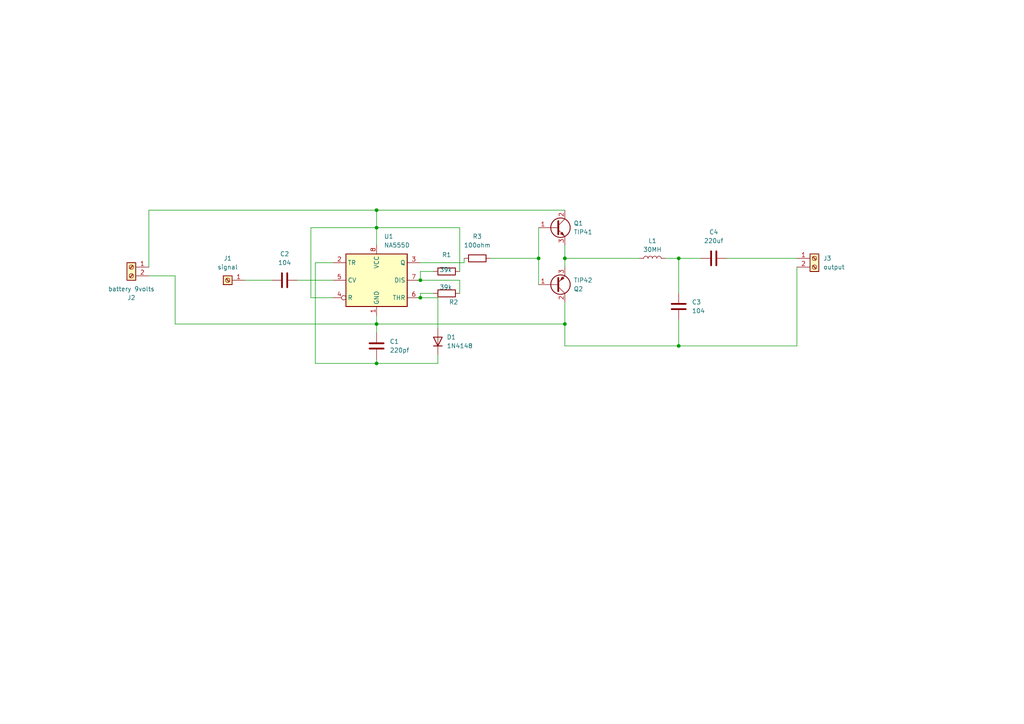
<source format=kicad_sch>
(kicad_sch (version 20250114) (generator "eeschema") (generator_version "9.0")
  (paper "A4")
  (lib_symbols
    (symbol "Connector:Screw_Terminal_01x01" (pin_names (offset 1.016) (hide yes))
      (property "Reference" "J" (at 0 2.54 0))
      (property "Value" "Screw_Terminal_01x01" (at 0 -2.54 0))
      (symbol "Screw_Terminal_01x01_1_1"
        (rectangle (start -1.27 1.27) (end 1.27 -1.27) (stroke (width 0.254)) (fill (type background)))
        (polyline (pts (xy -0.5334 0.3302) (xy 0.3302 -0.508)) (stroke (width 0.1524)))
        (polyline (pts (xy -0.3556 0.508) (xy 0.508 -0.3302)) (stroke (width 0.1524)))
        (circle (center 0 0) (radius 0.635) (stroke (width 0.1524)))
        (pin passive line (at -5.08 0 0) (length 3.81) (name "Pin_1") (number "1"))
      )
    )
    (symbol "Connector:Screw_Terminal_01x02" (pin_names (offset 1.016) (hide yes))
      (property "Reference" "J" (at 0 2.54 0))
      (property "Value" "Screw_Terminal_01x02" (at 0 -5.08 0))
      (symbol "Screw_Terminal_01x02_1_1"
        (rectangle (start -1.27 1.27) (end 1.27 -3.81) (stroke (width 0.254)) (fill (type background)))
        (polyline (pts (xy -0.5334 0.3302) (xy 0.3302 -0.508)) (stroke (width 0.1524)))
        (polyline (pts (xy -0.5334 -2.2098) (xy 0.3302 -3.048)) (stroke (width 0.1524)))
        (polyline (pts (xy -0.3556 0.508) (xy 0.508 -0.3302)) (stroke (width 0.1524)))
        (polyline (pts (xy -0.3556 -2.032) (xy 0.508 -2.8702)) (stroke (width 0.1524)))
        (circle (center 0 0) (radius 0.635) (stroke (width 0.1524)))
        (circle (center 0 -2.54) (radius 0.635) (stroke (width 0.1524)))
        (pin passive line (at -5.08 0 0) (length 3.81) (name "Pin_1") (number "1"))
        (pin passive line (at -5.08 -2.54 0) (length 3.81) (name "Pin_2") (number "2"))
      )
    )
    (symbol "Device:C" (pin_numbers (hide yes)) (pin_names (offset 0.254))
      (property "Reference" "C" (at 0.635 2.54 0))
      (property "Value" "C" (at 0.635 -2.54 0))
      (symbol "C_0_1"
        (polyline (pts (xy -2.032 0.762) (xy 2.032 0.762)) (stroke (width 0.508)))
        (polyline (pts (xy -2.032 -0.762) (xy 2.032 -0.762)) (stroke (width 0.508)))
      )
      (symbol "C_1_1"
        (pin passive line (at 0 3.81 270) (length 2.794) (name "~") (number "1"))
        (pin passive line (at 0 -3.81 90) (length 2.794) (name "~") (number "2"))
      )
    )
    (symbol "Device:L" (pin_numbers (hide yes)) (pin_names (offset 1.016) (hide yes))
      (property "Reference" "L" (at -1.27 0 90))
      (property "Value" "L" (at 1.905 0 90))
      (symbol "L_0_1"
        (arc (start 0 2.54) (mid 0.6323 1.905) (end 0 1.27))
        (arc (start 0 1.27) (mid 0.6323 0.635) (end 0 0))
        (arc (start 0 0) (mid 0.6323 -0.635) (end 0 -1.27))
        (arc (start 0 -1.27) (mid 0.6323 -1.905) (end 0 -2.54))
      )
      (symbol "L_1_1"
        (pin passive line (at 0 3.81 270) (length 1.27) (name "1") (number "1"))
        (pin passive line (at 0 -3.81 90) (length 1.27) (name "2") (number "2"))
      )
    )
    (symbol "Device:R" (pin_numbers (hide yes)) (pin_names (offset 0))
      (property "Reference" "R" (at 2.032 0 90))
      (property "Value" "R" (at 0 0 90))
      (symbol "R_0_1"
        (rectangle (start -1.016 -2.54) (end 1.016 2.54) (stroke (width 0.254)))
      )
      (symbol "R_1_1"
        (pin passive line (at 0 3.81 270) (length 1.27) (name "~") (number "1"))
        (pin passive line (at 0 -3.81 90) (length 1.27) (name "~") (number "2"))
      )
    )
    (symbol "Diode:1N4148" (pin_numbers (hide yes)) (pin_names (hide yes))
      (property "Reference" "D" (at 0 2.54 0))
      (property "Value" "1N4148" (at 0 -2.54 0))
      (symbol "1N4148_0_1"
        (polyline (pts (xy -1.27 1.27) (xy -1.27 -1.27)) (stroke (width 0.254)))
        (polyline (pts (xy 1.27 1.27) (xy 1.27 -1.27) (xy -1.27 0) (xy 1.27 1.27)) (stroke (width 0.254)))
        (polyline (pts (xy 1.27 0) (xy -1.27 0)))
      )
      (symbol "1N4148_1_1"
        (pin passive line (at -3.81 0 0) (length 2.54) (name "K") (number "1"))
        (pin passive line (at 3.81 0 180) (length 2.54) (name "A") (number "2"))
      )
    )
    (symbol "Timer:NA555D"
      (property "Reference" "U" (at -10.16 8.89 0))
      (property "Value" "NA555D" (at 2.54 8.89 0))
      (symbol "NA555D_0_0"
        (pin power_in line (at 0 10.16 270) (length 2.54) (name "VCC") (number "8"))
        (pin power_in line (at 0 -10.16 90) (length 2.54) (name "GND") (number "1"))
      )
      (symbol "NA555D_0_1"
        (rectangle (start -8.89 -7.62) (end 8.89 7.62) (stroke (width 0.254)) (fill (type background)))
        (rectangle (start -8.89 -7.62) (end 8.89 7.62) (stroke (width 0.254)) (fill (type background)))
      )
      (symbol "NA555D_1_1"
        (pin input line (at -12.7 5.08 0) (length 3.81) (name "TR") (number "2"))
        (pin input line (at -12.7 0 0) (length 3.81) (name "CV") (number "5"))
        (pin input inverted (at -12.7 -5.08 0) (length 3.81) (name "R") (number "4"))
        (pin output line (at 12.7 5.08 180) (length 3.81) (name "Q") (number "3"))
        (pin input line (at 12.7 0 180) (length 3.81) (name "DIS") (number "7"))
        (pin input line (at 12.7 -5.08 180) (length 3.81) (name "THR") (number "6"))
      )
    )
    (symbol "Transistor_BJT:TIP41" (pin_names (offset 0) (hide yes))
      (property "Reference" "Q" (at 6.35 1.905 0))
      (property "Value" "TIP41" (at 6.35 0 0))
      (symbol "TIP41_0_1"
        (polyline (pts (xy -2.54 0) (xy 0.635 0)))
        (polyline (pts (xy 0.635 1.905) (xy 0.635 -1.905)) (stroke (width 0.508)))
        (circle (center 1.27 0) (radius 2.8194) (stroke (width 0.254)))
      )
      (symbol "TIP41_1_1"
        (polyline (pts (xy 0.635 0.635) (xy 2.54 2.54)))
        (polyline (pts (xy 0.635 -0.635) (xy 2.54 -2.54)))
        (polyline (pts (xy 1.27 -1.778) (xy 1.778 -1.27) (xy 2.286 -2.286) (xy 1.27 -1.778)) (fill (type outline)))
        (pin input line (at -5.08 0 0) (length 2.54) (name "B") (number "1"))
        (pin passive line (at 2.54 5.08 270) (length 2.54) (name "C") (number "2"))
        (pin passive line (at 2.54 -5.08 90) (length 2.54) (name "E") (number "3"))
      )
    )
    (symbol "Transistor_BJT:TIP42" (pin_names (offset 0) (hide yes))
      (property "Reference" "Q" (at 6.35 1.905 0))
      (property "Value" "TIP42" (at 6.35 0 0))
      (symbol "TIP42_0_1"
        (polyline (pts (xy -2.54 0) (xy 0.635 0)))
        (polyline (pts (xy 0.635 1.905) (xy 0.635 -1.905)) (stroke (width 0.508)))
        (polyline (pts (xy 0.635 0.635) (xy 2.54 2.54)))
        (polyline (pts (xy 0.635 -0.635) (xy 2.54 -2.54)))
        (circle (center 1.27 0) (radius 2.8194) (stroke (width 0.254)))
        (polyline (pts (xy 2.286 -1.778) (xy 1.778 -2.286) (xy 1.27 -1.27) (xy 2.286 -1.778)) (fill (type outline)))
      )
      (symbol "TIP42_1_1"
        (pin input line (at -5.08 0 0) (length 2.54) (name "B") (number "1"))
        (pin passive line (at 2.54 5.08 270) (length 2.54) (name "C") (number "2"))
        (pin passive line (at 2.54 -5.08 90) (length 2.54) (name "E") (number "3"))
      )
    )
  )
  (junction (at 109.22 66.04))
  (junction (at 121.92 81.28))
  (junction (at 163.83 93.98))
  (junction (at 196.85 74.93))
  (junction (at 109.22 60.96))
  (junction (at 163.83 74.93))
  (junction (at 121.92 86.36))
  (junction (at 109.22 93.98))
  (junction (at 156.21 74.93))
  (junction (at 109.22 105.41))
  (junction (at 196.85 100.33))
  (wire (pts (xy 196.85 100.33) (xy 196.85 92.71)))
  (wire (pts (xy 109.22 93.98) (xy 163.83 93.98)))
  (wire (pts (xy 231.14 100.33) (xy 231.14 77.47)))
  (wire (pts (xy 109.22 93.98) (xy 109.22 96.52)))
  (wire (pts (xy 196.85 74.93) (xy 203.2 74.93)))
  (wire (pts (xy 133.35 78.74) (xy 133.35 66.04)))
  (wire (pts (xy 133.35 66.04) (xy 109.22 66.04)))
  (wire (pts (xy 96.52 76.2) (xy 91.44 76.2)))
  (wire (pts (xy 127 86.36) (xy 127 95.25)))
  (wire (pts (xy 91.44 76.2) (xy 91.44 105.41)))
  (wire (pts (xy 163.83 100.33) (xy 196.85 100.33)))
  (wire (pts (xy 210.82 74.93) (xy 231.14 74.93)))
  (wire (pts (xy 90.17 86.36) (xy 90.17 66.04)))
  (wire (pts (xy 163.83 74.93) (xy 185.42 74.93)))
  (wire (pts (xy 91.44 105.41) (xy 109.22 105.41)))
  (wire (pts (xy 90.17 66.04) (xy 109.22 66.04)))
  (wire (pts (xy 121.92 85.09) (xy 121.92 86.36)))
  (wire (pts (xy 71.12 81.28) (xy 78.74 81.28)))
  (wire (pts (xy 109.22 105.41) (xy 127 105.41)))
  (wire (pts (xy 156.21 66.04) (xy 156.21 74.93)))
  (wire (pts (xy 109.22 66.04) (xy 109.22 71.12)))
  (wire (pts (xy 125.73 85.09) (xy 121.92 85.09)))
  (wire (pts (xy 196.85 74.93) (xy 196.85 85.09)))
  (wire (pts (xy 43.18 60.96) (xy 109.22 60.96)))
  (wire (pts (xy 109.22 105.41) (xy 109.22 104.14)))
  (wire (pts (xy 196.85 100.33) (xy 231.14 100.33)))
  (wire (pts (xy 163.83 87.63) (xy 163.83 93.98)))
  (wire (pts (xy 163.83 71.12) (xy 163.83 74.93)))
  (wire (pts (xy 163.83 74.93) (xy 163.83 77.47)))
  (wire (pts (xy 142.24 74.93) (xy 156.21 74.93)))
  (wire (pts (xy 133.35 85.09) (xy 133.35 81.28)))
  (wire (pts (xy 50.8 93.98) (xy 109.22 93.98)))
  (wire (pts (xy 43.18 77.47) (xy 43.18 60.96)))
  (wire (pts (xy 163.83 93.98) (xy 163.83 100.33)))
  (wire (pts (xy 109.22 60.96) (xy 163.83 60.96)))
  (wire (pts (xy 125.73 78.74) (xy 121.92 78.74)))
  (wire (pts (xy 133.35 81.28) (xy 121.92 81.28)))
  (wire (pts (xy 109.22 66.04) (xy 109.22 60.96)))
  (wire (pts (xy 121.92 76.2) (xy 134.62 76.2)))
  (wire (pts (xy 43.18 80.01) (xy 50.8 80.01)))
  (wire (pts (xy 134.62 76.2) (xy 134.62 74.93)))
  (wire (pts (xy 156.21 74.93) (xy 156.21 82.55)))
  (wire (pts (xy 121.92 78.74) (xy 121.92 81.28)))
  (wire (pts (xy 127 102.87) (xy 127 105.41)))
  (wire (pts (xy 96.52 86.36) (xy 90.17 86.36)))
  (wire (pts (xy 121.92 86.36) (xy 127 86.36)))
  (wire (pts (xy 193.04 74.93) (xy 196.85 74.93)))
  (wire (pts (xy 50.8 80.01) (xy 50.8 93.98)))
  (wire (pts (xy 109.22 91.44) (xy 109.22 93.98)))
  (wire (pts (xy 86.36 81.28) (xy 96.52 81.28)))
  (symbol (lib_id "Device:C") (at 82.55 81.28 90) (unit 1)
    (property "Reference" "C2" (at 82.55 73.66 90))
    (property "Value" "104" (at 82.55 76.2 90))
    (property "Footprint" "Capacitor_THT:C_Disc_D12.0mm_W4.4mm_P7.75mm" (effects (hide yes)))
    (property "Description" "Unpolarized capacitor" (effects (hide yes)))
  )
  (symbol (lib_id "Connector:Screw_Terminal_01x02") (at 236.22 74.93 0) (unit 1)
    (property "Reference" "J3" (at 238.76 74.9299 0) (effects (justify left)))
    (property "Value" "output" (at 238.76 77.4699 0) (effects (justify left)))
    (property "Footprint" "TerminalBlock:TerminalBlock_MaiXu_MX126-5.0-02P_1x02_P5.00mm" (effects (hide yes)))
    (property "Description" "Generic screw terminal, single row, 01x02, script generated (kicad-library-utils/schlib/autogen/connector/)" (effects (hide yes)))
  )
  (symbol (lib_id "Device:R") (at 129.54 78.74 90) (unit 1)
    (property "Reference" "R1" (at 129.54 73.914 90))
    (property "Value" "39k" (at 129.286 78.232 90))
    (property "Footprint" "Resistor_THT:R_Axial_DIN0617_L17.0mm_D6.0mm_P7.62mm_Vertical" (effects (hide yes)))
    (property "Description" "Resistor" (effects (hide yes)))
  )
  (symbol (lib_id "Device:R") (at 129.54 85.09 90) (unit 1)
    (property "Reference" "R2" (at 131.572 87.63 90))
    (property "Value" "39k" (at 129.286 83.312 90))
    (property "Footprint" "Resistor_THT:R_Axial_DIN0617_L17.0mm_D6.0mm_P7.62mm_Vertical" (effects (hide yes)))
    (property "Description" "Resistor" (effects (hide yes)))
  )
  (symbol (lib_id "Connector:Screw_Terminal_01x01") (at 66.04 81.28 180) (unit 1)
    (property "Reference" "J1" (at 66.04 74.93 0))
    (property "Value" "signal" (at 66.04 77.47 0))
    (property "Footprint" "TerminalBlock_Degson:TerminalBlock_Degson_DG250-3.5-01P_1x01_P3.50mm_45Degree" (effects (hide yes)))
    (property "Description" "Generic screw terminal, single row, 01x01, script generated (kicad-library-utils/schlib/autogen/connector/)" (effects (hide yes)))
  )
  (symbol (lib_id "Device:L") (at 189.23 74.93 90) (unit 1)
    (property "Reference" "L1" (at 189.23 69.85 90))
    (property "Value" "30MH" (at 189.23 72.39 90))
    (property "Footprint" "Inductor_THT:L_Toroid_Horizontal_D16.8mm_P14.70mm_Vishay_TJ3_BigPads" (effects (hide yes)))
    (property "Description" "Inductor" (effects (hide yes)))
  )
  (symbol (lib_id "Transistor_BJT:TIP42") (at 161.29 82.55 0) (mirror x) (unit 1)
    (property "Reference" "Q2" (at 166.37 83.8201 0) (effects (justify left)))
    (property "Value" "TIP42" (at 166.37 81.2801 0) (effects (justify left)))
    (property "Footprint" "Package_TO_SOT_THT:TO-220-3_Vertical" (effects (hide yes)))
    (property "Datasheet" "https://www.centralsemi.com/get_document.php?cmp=1&mergetype=pd&mergepath=pd&pdf_id=TIP42.PDF" (effects (hide yes)))
    (property "Description" "-6A Ic, -40V Vce, Power PNP Transistor, TO-220" (effects (hide yes)))
  )
  (symbol (lib_id "Timer:NA555D") (at 109.22 81.28 0) (unit 1)
    (property "Reference" "U1" (at 111.3633 68.58 0) (effects (justify left)))
    (property "Value" "NA555D" (at 111.3633 71.12 0) (effects (justify left)))
    (property "Footprint" "Package_SO:SOIC-8_3.9x4.9mm_P1.27mm" (effects (hide yes)))
    (property "Datasheet" "http://www.ti.com/lit/ds/symlink/ne555.pdf" (effects (hide yes)))
    (property "Description" "Precision Timers, 555 compatible, SOIC-8" (effects (hide yes)))
  )
  (symbol (lib_id "Device:C") (at 196.85 88.9 0) (unit 1)
    (property "Reference" "C3" (at 200.66 87.6299 0) (effects (justify left)))
    (property "Value" "104" (at 200.66 90.1699 0) (effects (justify left)))
    (property "Footprint" "Capacitor_THT:C_Disc_D12.0mm_W4.4mm_P7.75mm" (effects (hide yes)))
    (property "Description" "Unpolarized capacitor" (effects (hide yes)))
  )
  (symbol (lib_id "Connector:Screw_Terminal_01x02") (at 38.1 77.47 0) (mirror y) (unit 1)
    (property "Reference" "J2" (at 38.1 86.36 0))
    (property "Value" "battery 9volts" (at 38.1 83.82 0))
    (property "Footprint" "TerminalBlock:TerminalBlock_MaiXu_MX126-5.0-02P_1x02_P5.00mm" (effects (hide yes)))
    (property "Description" "Generic screw terminal, single row, 01x02, script generated (kicad-library-utils/schlib/autogen/connector/)" (effects (hide yes)))
  )
  (symbol (lib_id "Device:R") (at 138.43 74.93 90) (unit 1)
    (property "Reference" "R3" (at 138.43 68.58 90))
    (property "Value" "100ohm" (at 138.43 71.12 90))
    (property "Footprint" "Resistor_THT:R_Axial_DIN0617_L17.0mm_D6.0mm_P7.62mm_Vertical" (effects (hide yes)))
    (property "Description" "Resistor" (effects (hide yes)))
  )
  (symbol (lib_id "Device:C") (at 109.22 100.33 180) (unit 1)
    (property "Reference" "C1" (at 113.03 99.0599 0) (effects (justify right)))
    (property "Value" "220pf" (at 113.03 101.5999 0) (effects (justify right)))
    (property "Footprint" "Capacitor_THT:C_Disc_D12.0mm_W4.4mm_P7.75mm" (effects (hide yes)))
    (property "Description" "Unpolarized capacitor" (effects (hide yes)))
  )
  (symbol (lib_id "Transistor_BJT:TIP41") (at 161.29 66.04 0) (unit 1)
    (property "Reference" "Q1" (at 166.37 64.7699 0) (effects (justify left)))
    (property "Value" "TIP41" (at 166.37 67.3099 0) (effects (justify left)))
    (property "Footprint" "Package_TO_SOT_THT:TO-220-3_Vertical" (effects (hide yes)))
    (property "Datasheet" "https://www.centralsemi.com/get_document.php?cmp=1&mergetype=pd&mergepath=pd&pdf_id=tip41.PDF" (effects (hide yes)))
    (property "Description" "6A Ic, 40V Vce, Power NPN Transistor, TO-220" (effects (hide yes)))
  )
  (symbol (lib_id "Diode:1N4148") (at 127 99.06 90) (unit 1)
    (property "Reference" "D1" (at 129.54 97.7899 90) (effects (justify right)))
    (property "Value" "1N4148" (at 129.54 100.3299 90) (effects (justify right)))
    (property "Footprint" "Diode_THT:D_DO-35_SOD27_P7.62mm_Horizontal" (effects (hide yes)))
    (property "Datasheet" "https://assets.nexperia.com/documents/data-sheet/1N4148_1N4448.pdf" (effects (hide yes)))
    (property "Description" "100V 0.15A standard switching diode, DO-35" (effects (hide yes)))
    (property "Sim.Device" "D" (effects (hide yes)))
    (property "Sim.Pins" "1=K 2=A" (effects (hide yes)))
  )
  (symbol (lib_id "Device:C") (at 207.01 74.93 90) (unit 1)
    (property "Reference" "C4" (at 207.01 67.31 90))
    (property "Value" "220uf" (at 207.01 69.85 90))
    (property "Footprint" "Capacitor_THT:C_Disc_D12.0mm_W4.4mm_P7.75mm" (effects (hide yes)))
    (property "Description" "Unpolarized capacitor" (effects (hide yes)))
  )
)
</source>
